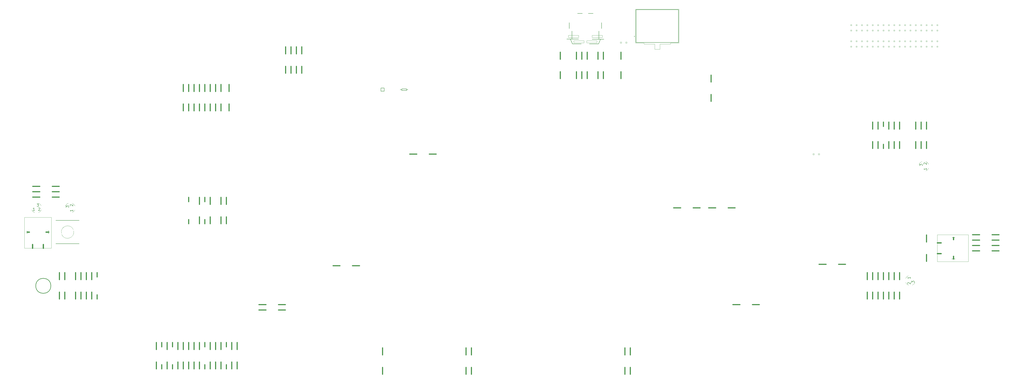
<source format=gbr>
%TF.GenerationSoftware,KiCad,Pcbnew,7.0.1-0*%
%TF.CreationDate,2023-05-17T23:07:58+03:00*%
%TF.ProjectId,HC2000,48433230-3030-42e6-9b69-6361645f7063,rev?*%
%TF.SameCoordinates,Original*%
%TF.FileFunction,OtherDrawing,Comment*%
%FSLAX46Y46*%
G04 Gerber Fmt 4.6, Leading zero omitted, Abs format (unit mm)*
G04 Created by KiCad (PCBNEW 7.0.1-0) date 2023-05-17 23:07:58*
%MOMM*%
%LPD*%
G01*
G04 APERTURE LIST*
%ADD10C,0.127000*%
%ADD11C,0.508000*%
%ADD12C,0.152400*%
%ADD13C,0.066040*%
%ADD14C,0.050800*%
%ADD15C,0.254000*%
%ADD16C,0.048260*%
%ADD17C,0.198120*%
%ADD18C,0.609600*%
%ADD19C,0.203200*%
%ADD20C,0.101600*%
G04 APERTURE END LIST*
D10*
X518772526Y-226407142D02*
X518772526Y-227132857D01*
X518772526Y-226770000D02*
X517502526Y-226770000D01*
X517502526Y-226770000D02*
X517683954Y-226890952D01*
X517683954Y-226890952D02*
X517804907Y-227011904D01*
X517804907Y-227011904D02*
X517865383Y-227132857D01*
X519407526Y-229098333D02*
X519407526Y-228312142D01*
X519407526Y-228312142D02*
X519891335Y-228735476D01*
X519891335Y-228735476D02*
X519891335Y-228554047D01*
X519891335Y-228554047D02*
X519951811Y-228433095D01*
X519951811Y-228433095D02*
X520012288Y-228372619D01*
X520012288Y-228372619D02*
X520133240Y-228312142D01*
X520133240Y-228312142D02*
X520435621Y-228312142D01*
X520435621Y-228312142D02*
X520556573Y-228372619D01*
X520556573Y-228372619D02*
X520617050Y-228433095D01*
X520617050Y-228433095D02*
X520677526Y-228554047D01*
X520677526Y-228554047D02*
X520677526Y-228916904D01*
X520677526Y-228916904D02*
X520617050Y-229037857D01*
X520617050Y-229037857D02*
X520556573Y-229098333D01*
X517623478Y-229672857D02*
X517563002Y-229612381D01*
X517563002Y-229612381D02*
X517502526Y-229491428D01*
X517502526Y-229491428D02*
X517502526Y-229189047D01*
X517502526Y-229189047D02*
X517563002Y-229068095D01*
X517563002Y-229068095D02*
X517623478Y-229007619D01*
X517623478Y-229007619D02*
X517744430Y-228947142D01*
X517744430Y-228947142D02*
X517865383Y-228947142D01*
X517865383Y-228947142D02*
X518046811Y-229007619D01*
X518046811Y-229007619D02*
X518772526Y-229733333D01*
X518772526Y-229733333D02*
X518772526Y-228947142D01*
X123802526Y-194657142D02*
X123802526Y-195382857D01*
X123802526Y-195020000D02*
X122532526Y-195020000D01*
X122532526Y-195020000D02*
X122713954Y-195140952D01*
X122713954Y-195140952D02*
X122834907Y-195261904D01*
X122834907Y-195261904D02*
X122895383Y-195382857D01*
X120627526Y-193538333D02*
X120627526Y-192752142D01*
X120627526Y-192752142D02*
X121111335Y-193175476D01*
X121111335Y-193175476D02*
X121111335Y-192994047D01*
X121111335Y-192994047D02*
X121171811Y-192873095D01*
X121171811Y-192873095D02*
X121232288Y-192812619D01*
X121232288Y-192812619D02*
X121353240Y-192752142D01*
X121353240Y-192752142D02*
X121655621Y-192752142D01*
X121655621Y-192752142D02*
X121776573Y-192812619D01*
X121776573Y-192812619D02*
X121837050Y-192873095D01*
X121837050Y-192873095D02*
X121897526Y-192994047D01*
X121897526Y-192994047D02*
X121897526Y-193356904D01*
X121897526Y-193356904D02*
X121837050Y-193477857D01*
X121837050Y-193477857D02*
X121776573Y-193538333D01*
X122653478Y-192842857D02*
X122593002Y-192782381D01*
X122593002Y-192782381D02*
X122532526Y-192661428D01*
X122532526Y-192661428D02*
X122532526Y-192359047D01*
X122532526Y-192359047D02*
X122593002Y-192238095D01*
X122593002Y-192238095D02*
X122653478Y-192177619D01*
X122653478Y-192177619D02*
X122774430Y-192117142D01*
X122774430Y-192117142D02*
X122895383Y-192117142D01*
X122895383Y-192117142D02*
X123076811Y-192177619D01*
X123076811Y-192177619D02*
X123802526Y-192903333D01*
X123802526Y-192903333D02*
X123802526Y-192117142D01*
X525243478Y-173157857D02*
X525183002Y-173097381D01*
X525183002Y-173097381D02*
X525122526Y-172976428D01*
X525122526Y-172976428D02*
X525122526Y-172674047D01*
X525122526Y-172674047D02*
X525183002Y-172553095D01*
X525183002Y-172553095D02*
X525243478Y-172492619D01*
X525243478Y-172492619D02*
X525364430Y-172432142D01*
X525364430Y-172432142D02*
X525485383Y-172432142D01*
X525485383Y-172432142D02*
X525666811Y-172492619D01*
X525666811Y-172492619D02*
X526392526Y-173218333D01*
X526392526Y-173218333D02*
X526392526Y-172432142D01*
X526392526Y-174972142D02*
X526392526Y-175697857D01*
X526392526Y-175335000D02*
X525122526Y-175335000D01*
X525122526Y-175335000D02*
X525303954Y-175455952D01*
X525303954Y-175455952D02*
X525424907Y-175576904D01*
X525424907Y-175576904D02*
X525485383Y-175697857D01*
X523217526Y-173853333D02*
X523217526Y-173067142D01*
X523217526Y-173067142D02*
X523701335Y-173490476D01*
X523701335Y-173490476D02*
X523701335Y-173309047D01*
X523701335Y-173309047D02*
X523761811Y-173188095D01*
X523761811Y-173188095D02*
X523822288Y-173127619D01*
X523822288Y-173127619D02*
X523943240Y-173067142D01*
X523943240Y-173067142D02*
X524245621Y-173067142D01*
X524245621Y-173067142D02*
X524366573Y-173127619D01*
X524366573Y-173127619D02*
X524427050Y-173188095D01*
X524427050Y-173188095D02*
X524487526Y-173309047D01*
X524487526Y-173309047D02*
X524487526Y-173671904D01*
X524487526Y-173671904D02*
X524427050Y-173792857D01*
X524427050Y-173792857D02*
X524366573Y-173853333D01*
X106916666Y-191797526D02*
X107702857Y-191797526D01*
X107702857Y-191797526D02*
X107279523Y-192281335D01*
X107279523Y-192281335D02*
X107460952Y-192281335D01*
X107460952Y-192281335D02*
X107581904Y-192341811D01*
X107581904Y-192341811D02*
X107642380Y-192402288D01*
X107642380Y-192402288D02*
X107702857Y-192523240D01*
X107702857Y-192523240D02*
X107702857Y-192825621D01*
X107702857Y-192825621D02*
X107642380Y-192946573D01*
X107642380Y-192946573D02*
X107581904Y-193007050D01*
X107581904Y-193007050D02*
X107460952Y-193067526D01*
X107460952Y-193067526D02*
X107098095Y-193067526D01*
X107098095Y-193067526D02*
X106977142Y-193007050D01*
X106977142Y-193007050D02*
X106916666Y-192946573D01*
X105797857Y-194972526D02*
X105072142Y-194972526D01*
X105434999Y-194972526D02*
X105434999Y-193702526D01*
X105434999Y-193702526D02*
X105314047Y-193883954D01*
X105314047Y-193883954D02*
X105193095Y-194004907D01*
X105193095Y-194004907D02*
X105072142Y-194065383D01*
X107612142Y-193823478D02*
X107672618Y-193763002D01*
X107672618Y-193763002D02*
X107793571Y-193702526D01*
X107793571Y-193702526D02*
X108095952Y-193702526D01*
X108095952Y-193702526D02*
X108216904Y-193763002D01*
X108216904Y-193763002D02*
X108277380Y-193823478D01*
X108277380Y-193823478D02*
X108337857Y-193944430D01*
X108337857Y-193944430D02*
X108337857Y-194065383D01*
X108337857Y-194065383D02*
X108277380Y-194246811D01*
X108277380Y-194246811D02*
X107551666Y-194972526D01*
X107551666Y-194972526D02*
X108337857Y-194972526D01*
D11*
X523900000Y-153210000D02*
X523900000Y-156539000D01*
X523900000Y-165710000D02*
X523900000Y-162381000D01*
X506120000Y-236830000D02*
X506120000Y-233501000D01*
X506120000Y-224330000D02*
X506120000Y-227659000D01*
D12*
X374310460Y-114097000D02*
X372662000Y-114097000D01*
D13*
X373551000Y-113208000D02*
X368725000Y-113208000D01*
X373551000Y-112192000D02*
X373551000Y-113208000D01*
X373551000Y-112192000D02*
X368725000Y-112192000D01*
D12*
X373170000Y-109017000D02*
X373170000Y-106223000D01*
X372662000Y-114097000D02*
X371773000Y-116256000D01*
X371900000Y-114097000D02*
X372662000Y-114097000D01*
X371900000Y-114097000D02*
X371900000Y-110160000D01*
D13*
X371011000Y-115748000D02*
X366185000Y-115748000D01*
X371011000Y-114732000D02*
X371011000Y-115748000D01*
X371011000Y-114732000D02*
X366185000Y-114732000D01*
D12*
X368725000Y-114097000D02*
X371900000Y-114097000D01*
D13*
X368725000Y-112192000D02*
X368725000Y-113208000D01*
D12*
X367455000Y-116256000D02*
X371773000Y-116256000D01*
X366947000Y-101905000D02*
X369233000Y-101905000D01*
D13*
X366185000Y-114732000D02*
X366185000Y-115748000D01*
X364915000Y-115748000D02*
X360089000Y-115748000D01*
X364915000Y-114732000D02*
X364915000Y-115748000D01*
X364915000Y-114732000D02*
X360089000Y-114732000D01*
X362375000Y-113208000D02*
X357549000Y-113208000D01*
X362375000Y-112192000D02*
X362375000Y-113208000D01*
X362375000Y-112192000D02*
X357549000Y-112192000D01*
D12*
X361867000Y-101905000D02*
X364153000Y-101905000D01*
D13*
X360089000Y-114732000D02*
X360089000Y-115748000D01*
D12*
X359454000Y-116256000D02*
X363645000Y-116256000D01*
X359454000Y-116256000D02*
X358438000Y-113970000D01*
X359200000Y-113970000D02*
X362375000Y-113970000D01*
X359200000Y-113970000D02*
X359200000Y-110160000D01*
X358438000Y-113970000D02*
X359200000Y-113970000D01*
X357930000Y-109017000D02*
X357930000Y-106223000D01*
D13*
X357549000Y-112192000D02*
X357549000Y-113208000D01*
D12*
X356789540Y-113970000D02*
X358438000Y-113970000D01*
D11*
X193700000Y-201270000D02*
X193700000Y-197941000D01*
X193700000Y-188770000D02*
X193700000Y-192099000D01*
X503580000Y-224330000D02*
X503580000Y-227659000D01*
X503580000Y-236830000D02*
X503580000Y-233501000D01*
X197510000Y-135430000D02*
X197510000Y-138759000D01*
X197510000Y-147930000D02*
X197510000Y-144601000D01*
X513740000Y-236830000D02*
X513740000Y-233501000D01*
X513740000Y-224330000D02*
X513740000Y-227659000D01*
X231800000Y-117650000D02*
X231800000Y-120979000D01*
X231800000Y-130150000D02*
X231800000Y-126821000D01*
X175920000Y-269850000D02*
X175920000Y-266521000D01*
X175920000Y-257350000D02*
X175920000Y-260679000D01*
X193700000Y-147930000D02*
X193700000Y-144601000D01*
X193700000Y-135430000D02*
X193700000Y-138759000D01*
X201320000Y-257350000D02*
X201320000Y-260679000D01*
X201320000Y-269850000D02*
X201320000Y-266521000D01*
X186080000Y-188770000D02*
X186080000Y-190829000D01*
X186080000Y-201270000D02*
X186080000Y-199211000D01*
X135280000Y-236830000D02*
X135280000Y-234771000D01*
X135280000Y-224330000D02*
X135280000Y-226389000D01*
X165760000Y-257350000D02*
X165760000Y-259409000D01*
X165760000Y-269850000D02*
X165760000Y-267791000D01*
X168300000Y-269850000D02*
X168300000Y-266521000D01*
X168300000Y-257350000D02*
X168300000Y-260679000D01*
X175920000Y-135430000D02*
X175920000Y-138759000D01*
X175920000Y-147930000D02*
X175920000Y-144601000D01*
D14*
X517890560Y-225815937D02*
G75*
G03*
X516594961Y-227112900I929441J-2224063D01*
G01*
X519749440Y-230264064D02*
G75*
G03*
X521045040Y-228967100I-929440J2224064D01*
G01*
X516595937Y-228969440D02*
G75*
G03*
X517892900Y-230265039I2224063J929441D01*
G01*
D11*
X560630000Y-214070000D02*
X557301000Y-214070000D01*
X548130000Y-214070000D02*
X551459000Y-214070000D01*
X120040000Y-224330000D02*
X120040000Y-227659000D01*
X120040000Y-236830000D02*
X120040000Y-233501000D01*
D15*
X113436000Y-230580000D02*
G75*
G03*
X113436000Y-230580000I-3556000J0D01*
G01*
D11*
X560630000Y-211530000D02*
X557301000Y-211530000D01*
X548130000Y-211530000D02*
X551459000Y-211530000D01*
X186080000Y-147930000D02*
X186080000Y-144601000D01*
X186080000Y-135430000D02*
X186080000Y-138759000D01*
X371500000Y-132690000D02*
X371500000Y-129361000D01*
X371500000Y-120190000D02*
X371500000Y-123519000D01*
X117400000Y-186130000D02*
X114071000Y-186130000D01*
X104900000Y-186130000D02*
X108229000Y-186130000D01*
X548130000Y-206450000D02*
X551459000Y-206450000D01*
X560630000Y-206450000D02*
X557301000Y-206450000D01*
X309270000Y-259890000D02*
X309270000Y-263219000D01*
X309270000Y-272390000D02*
X309270000Y-269061000D01*
D16*
X409688900Y-115869920D02*
X405688400Y-115869920D01*
X409688900Y-99870460D02*
X409688900Y-115869920D01*
D10*
X409439980Y-115618460D02*
X389440020Y-115618460D01*
X409439980Y-100121920D02*
X409439980Y-115618460D01*
D16*
X405688400Y-116349980D02*
X400669360Y-116349980D01*
X405688400Y-115869920D02*
X405688400Y-116349980D01*
X400669360Y-118849340D02*
X398210640Y-118849340D01*
X400669360Y-116349980D02*
X400669360Y-118849340D01*
X398210640Y-118849340D02*
X398210640Y-116349980D01*
X398210640Y-116349980D02*
X393191600Y-116349980D01*
X393191600Y-116349980D02*
X393191600Y-115869920D01*
X393191600Y-115869920D02*
X389191100Y-115869920D01*
D10*
X389440020Y-115618460D02*
X389440020Y-100121920D01*
X389440020Y-100121920D02*
X409439980Y-100121920D01*
D16*
X389191100Y-115869920D02*
X389191100Y-99870460D01*
X389191100Y-99870460D02*
X409688900Y-99870460D01*
D17*
X388777080Y-112712700D02*
G75*
G03*
X388777080Y-112712700I-99060J0D01*
G01*
D13*
X531774000Y-110184000D02*
X531266000Y-110184000D01*
X531774000Y-109676000D02*
X531774000Y-110184000D01*
X531774000Y-109676000D02*
X531266000Y-109676000D01*
X531774000Y-107644000D02*
X531266000Y-107644000D01*
X531774000Y-107136000D02*
X531774000Y-107644000D01*
X531774000Y-107136000D02*
X531266000Y-107136000D01*
X531266000Y-109676000D02*
X531266000Y-110184000D01*
X531266000Y-107136000D02*
X531266000Y-107644000D01*
X529234000Y-110184000D02*
X528723460Y-110184000D01*
X529234000Y-109676000D02*
X529234000Y-110184000D01*
X529234000Y-109676000D02*
X528723460Y-109676000D01*
X529234000Y-107644000D02*
X528723460Y-107644000D01*
X529234000Y-107136000D02*
X529234000Y-107644000D01*
X529234000Y-107136000D02*
X528723460Y-107136000D01*
X528723460Y-109676000D02*
X528723460Y-110184000D01*
X528723460Y-107136000D02*
X528723460Y-107644000D01*
X526694000Y-110184000D02*
X526186000Y-110184000D01*
X526694000Y-109676000D02*
X526694000Y-110184000D01*
X526694000Y-109676000D02*
X526186000Y-109676000D01*
X526694000Y-107644000D02*
X526186000Y-107644000D01*
X526694000Y-107136000D02*
X526694000Y-107644000D01*
X526694000Y-107136000D02*
X526186000Y-107136000D01*
X526186000Y-109676000D02*
X526186000Y-110184000D01*
X526186000Y-107136000D02*
X526186000Y-107644000D01*
X524154000Y-110184000D02*
X523646000Y-110184000D01*
X524154000Y-109676000D02*
X524154000Y-110184000D01*
X524154000Y-109676000D02*
X523646000Y-109676000D01*
X524154000Y-107644000D02*
X523646000Y-107644000D01*
X524154000Y-107136000D02*
X524154000Y-107644000D01*
X524154000Y-107136000D02*
X523646000Y-107136000D01*
X523646000Y-109676000D02*
X523646000Y-110184000D01*
X523646000Y-107136000D02*
X523646000Y-107644000D01*
X521614000Y-110184000D02*
X521106000Y-110184000D01*
X521614000Y-109676000D02*
X521614000Y-110184000D01*
X521614000Y-109676000D02*
X521106000Y-109676000D01*
X521614000Y-107644000D02*
X521106000Y-107644000D01*
X521614000Y-107136000D02*
X521614000Y-107644000D01*
X521614000Y-107136000D02*
X521106000Y-107136000D01*
X521106000Y-109676000D02*
X521106000Y-110184000D01*
X521106000Y-107136000D02*
X521106000Y-107644000D01*
X519074000Y-110184000D02*
X518566000Y-110184000D01*
X519074000Y-109676000D02*
X519074000Y-110184000D01*
X519074000Y-109676000D02*
X518566000Y-109676000D01*
X519074000Y-107644000D02*
X518566000Y-107644000D01*
X519074000Y-107136000D02*
X519074000Y-107644000D01*
X519074000Y-107136000D02*
X518566000Y-107136000D01*
X518566000Y-109676000D02*
X518566000Y-110184000D01*
X518566000Y-107136000D02*
X518566000Y-107644000D01*
X516534000Y-110184000D02*
X516026000Y-110184000D01*
X516534000Y-109676000D02*
X516534000Y-110184000D01*
X516534000Y-109676000D02*
X516026000Y-109676000D01*
X516534000Y-107644000D02*
X516026000Y-107644000D01*
X516534000Y-107136000D02*
X516534000Y-107644000D01*
X516534000Y-107136000D02*
X516026000Y-107136000D01*
X516026000Y-109676000D02*
X516026000Y-110184000D01*
X516026000Y-107136000D02*
X516026000Y-107644000D01*
X513994000Y-110184000D02*
X513486000Y-110184000D01*
X513994000Y-109676000D02*
X513994000Y-110184000D01*
X513994000Y-109676000D02*
X513486000Y-109676000D01*
X513994000Y-107644000D02*
X513486000Y-107644000D01*
X513994000Y-107136000D02*
X513994000Y-107644000D01*
X513994000Y-107136000D02*
X513486000Y-107136000D01*
X513486000Y-109676000D02*
X513486000Y-110184000D01*
X513486000Y-107136000D02*
X513486000Y-107644000D01*
X511454000Y-110184000D02*
X510946000Y-110184000D01*
X511454000Y-109676000D02*
X511454000Y-110184000D01*
X511454000Y-109676000D02*
X510946000Y-109676000D01*
X511454000Y-107644000D02*
X510946000Y-107644000D01*
X511454000Y-107136000D02*
X511454000Y-107644000D01*
X511454000Y-107136000D02*
X510946000Y-107136000D01*
X510946000Y-109676000D02*
X510946000Y-110184000D01*
X510946000Y-107136000D02*
X510946000Y-107644000D01*
X508914000Y-110184000D02*
X508406000Y-110184000D01*
X508914000Y-109676000D02*
X508914000Y-110184000D01*
X508914000Y-109676000D02*
X508406000Y-109676000D01*
X508914000Y-107644000D02*
X508406000Y-107644000D01*
X508914000Y-107136000D02*
X508914000Y-107644000D01*
X508914000Y-107136000D02*
X508406000Y-107136000D01*
X508406000Y-109676000D02*
X508406000Y-110184000D01*
X508406000Y-107136000D02*
X508406000Y-107644000D01*
X506374000Y-110184000D02*
X505866000Y-110184000D01*
X506374000Y-109676000D02*
X506374000Y-110184000D01*
X506374000Y-109676000D02*
X505866000Y-109676000D01*
X506374000Y-107644000D02*
X505866000Y-107644000D01*
X506374000Y-107136000D02*
X506374000Y-107644000D01*
X506374000Y-107136000D02*
X505866000Y-107136000D01*
X505866000Y-109676000D02*
X505866000Y-110184000D01*
X505866000Y-107136000D02*
X505866000Y-107644000D01*
X503834000Y-110184000D02*
X503326000Y-110184000D01*
X503834000Y-109676000D02*
X503834000Y-110184000D01*
X503834000Y-109676000D02*
X503326000Y-109676000D01*
X503834000Y-107644000D02*
X503326000Y-107644000D01*
X503834000Y-107136000D02*
X503834000Y-107644000D01*
X503834000Y-107136000D02*
X503326000Y-107136000D01*
X503326000Y-109676000D02*
X503326000Y-110184000D01*
X503326000Y-107136000D02*
X503326000Y-107644000D01*
X501294000Y-110184000D02*
X500786000Y-110184000D01*
X501294000Y-109676000D02*
X501294000Y-110184000D01*
X501294000Y-109676000D02*
X500786000Y-109676000D01*
X501294000Y-107644000D02*
X500786000Y-107644000D01*
X501294000Y-107136000D02*
X501294000Y-107644000D01*
X501294000Y-107136000D02*
X500786000Y-107136000D01*
X500786000Y-109676000D02*
X500786000Y-110184000D01*
X500786000Y-107136000D02*
X500786000Y-107644000D01*
X498754000Y-110184000D02*
X498246000Y-110184000D01*
X498754000Y-109676000D02*
X498754000Y-110184000D01*
X498754000Y-109676000D02*
X498246000Y-109676000D01*
X498754000Y-107644000D02*
X498246000Y-107644000D01*
X498754000Y-107136000D02*
X498754000Y-107644000D01*
X498754000Y-107136000D02*
X498246000Y-107136000D01*
X498246000Y-109676000D02*
X498246000Y-110184000D01*
X498246000Y-107136000D02*
X498246000Y-107644000D01*
X496214000Y-110184000D02*
X495706000Y-110184000D01*
X496214000Y-109676000D02*
X496214000Y-110184000D01*
X496214000Y-109676000D02*
X495706000Y-109676000D01*
X496214000Y-107644000D02*
X495706000Y-107644000D01*
X496214000Y-107136000D02*
X496214000Y-107644000D01*
X496214000Y-107136000D02*
X495706000Y-107136000D01*
X495706000Y-109676000D02*
X495706000Y-110184000D01*
X495706000Y-107136000D02*
X495706000Y-107644000D01*
X493676540Y-110184000D02*
X493166000Y-110184000D01*
X493676540Y-109676000D02*
X493676540Y-110184000D01*
X493676540Y-109676000D02*
X493166000Y-109676000D01*
X493676540Y-107644000D02*
X493166000Y-107644000D01*
X493676540Y-107136000D02*
X493676540Y-107644000D01*
X493676540Y-107136000D02*
X493166000Y-107136000D01*
X493166000Y-109676000D02*
X493166000Y-110184000D01*
X493166000Y-107136000D02*
X493166000Y-107644000D01*
X491134000Y-110184000D02*
X490626000Y-110184000D01*
X491134000Y-109676000D02*
X491134000Y-110184000D01*
X491134000Y-109676000D02*
X490626000Y-109676000D01*
X491134000Y-107644000D02*
X490626000Y-107644000D01*
X491134000Y-107136000D02*
X491134000Y-107644000D01*
X491134000Y-107136000D02*
X490626000Y-107136000D01*
X490626000Y-109676000D02*
X490626000Y-110184000D01*
X490626000Y-107136000D02*
X490626000Y-107644000D01*
D11*
X224080000Y-242010000D02*
X220751000Y-242010000D01*
X211580000Y-242010000D02*
X214909000Y-242010000D01*
X311810000Y-272390000D02*
X311810000Y-269061000D01*
X311810000Y-259890000D02*
X311810000Y-263219000D01*
X501040000Y-165710000D02*
X501040000Y-162381000D01*
X501040000Y-153210000D02*
X501040000Y-156539000D01*
X181000000Y-257350000D02*
X181000000Y-260679000D01*
X181000000Y-269850000D02*
X181000000Y-266521000D01*
X196240000Y-201270000D02*
X196240000Y-197941000D01*
X196240000Y-188770000D02*
X196240000Y-192099000D01*
X503580000Y-165710000D02*
X503580000Y-162381000D01*
X503580000Y-153210000D02*
X503580000Y-156539000D01*
X163220000Y-269850000D02*
X163220000Y-266521000D01*
X163220000Y-257350000D02*
X163220000Y-260679000D01*
X269900000Y-259890000D02*
X269900000Y-263219000D01*
X269900000Y-272390000D02*
X269900000Y-269061000D01*
X526440000Y-153210000D02*
X526440000Y-156539000D01*
X526440000Y-165710000D02*
X526440000Y-162381000D01*
X424840000Y-143485000D02*
X424840000Y-140156000D01*
X424840000Y-130985000D02*
X424840000Y-134314000D01*
X125120000Y-224330000D02*
X125120000Y-227659000D01*
X125120000Y-236830000D02*
X125120000Y-233501000D01*
X506120000Y-153210000D02*
X506120000Y-155269000D01*
X506120000Y-165710000D02*
X506120000Y-163651000D01*
X501040000Y-236830000D02*
X501040000Y-233501000D01*
X501040000Y-224330000D02*
X501040000Y-227659000D01*
X548130000Y-208990000D02*
X551459000Y-208990000D01*
X560630000Y-208990000D02*
X557301000Y-208990000D01*
D13*
X546125000Y-206450000D02*
X546125000Y-219150000D01*
X531520000Y-206450000D02*
X546125000Y-206450000D01*
X531520000Y-206450000D02*
X531520000Y-219150000D01*
D12*
X539775000Y-207720000D02*
X538505000Y-207720000D01*
D18*
X539140000Y-208736000D02*
X539140000Y-207720000D01*
X533298000Y-210260000D02*
X531520000Y-210260000D01*
X533298000Y-215340000D02*
X531520000Y-215340000D01*
X539140000Y-216610000D02*
X539140000Y-217245000D01*
X539140000Y-217372000D02*
X539140000Y-217880000D01*
D12*
X539140000Y-217880000D02*
X539902000Y-217880000D01*
X539140000Y-217880000D02*
X538378000Y-217880000D01*
D13*
X531520000Y-219150000D02*
X546125000Y-219150000D01*
D11*
X382295000Y-132690000D02*
X382295000Y-129361000D01*
X382295000Y-120190000D02*
X382295000Y-123519000D01*
X173380000Y-269850000D02*
X173380000Y-266521000D01*
X173380000Y-257350000D02*
X173380000Y-260679000D01*
X295200000Y-168350000D02*
X291871000Y-168350000D01*
X282700000Y-168350000D02*
X286029000Y-168350000D01*
X181000000Y-147930000D02*
X181000000Y-144601000D01*
X181000000Y-135430000D02*
X181000000Y-138759000D01*
D13*
X531774000Y-117804000D02*
X531266000Y-117804000D01*
X531774000Y-117296000D02*
X531774000Y-117804000D01*
X531774000Y-117296000D02*
X531266000Y-117296000D01*
X531774000Y-115264000D02*
X531266000Y-115264000D01*
X531774000Y-114756000D02*
X531774000Y-115264000D01*
X531774000Y-114756000D02*
X531266000Y-114756000D01*
X531266000Y-117296000D02*
X531266000Y-117804000D01*
X531266000Y-114756000D02*
X531266000Y-115264000D01*
X529234000Y-117804000D02*
X528723460Y-117804000D01*
X529234000Y-117296000D02*
X529234000Y-117804000D01*
X529234000Y-117296000D02*
X528723460Y-117296000D01*
X529234000Y-115264000D02*
X528723460Y-115264000D01*
X529234000Y-114756000D02*
X529234000Y-115264000D01*
X529234000Y-114756000D02*
X528723460Y-114756000D01*
X528723460Y-117296000D02*
X528723460Y-117804000D01*
X528723460Y-114756000D02*
X528723460Y-115264000D01*
X526694000Y-117804000D02*
X526186000Y-117804000D01*
X526694000Y-117296000D02*
X526694000Y-117804000D01*
X526694000Y-117296000D02*
X526186000Y-117296000D01*
X526694000Y-115264000D02*
X526186000Y-115264000D01*
X526694000Y-114756000D02*
X526694000Y-115264000D01*
X526694000Y-114756000D02*
X526186000Y-114756000D01*
X526186000Y-117296000D02*
X526186000Y-117804000D01*
X526186000Y-114756000D02*
X526186000Y-115264000D01*
X524154000Y-117804000D02*
X523646000Y-117804000D01*
X524154000Y-117296000D02*
X524154000Y-117804000D01*
X524154000Y-117296000D02*
X523646000Y-117296000D01*
X524154000Y-115264000D02*
X523646000Y-115264000D01*
X524154000Y-114756000D02*
X524154000Y-115264000D01*
X524154000Y-114756000D02*
X523646000Y-114756000D01*
X523646000Y-117296000D02*
X523646000Y-117804000D01*
X523646000Y-114756000D02*
X523646000Y-115264000D01*
X521614000Y-117804000D02*
X521106000Y-117804000D01*
X521614000Y-117296000D02*
X521614000Y-117804000D01*
X521614000Y-117296000D02*
X521106000Y-117296000D01*
X521614000Y-115264000D02*
X521106000Y-115264000D01*
X521614000Y-114756000D02*
X521614000Y-115264000D01*
X521614000Y-114756000D02*
X521106000Y-114756000D01*
X521106000Y-117296000D02*
X521106000Y-117804000D01*
X521106000Y-114756000D02*
X521106000Y-115264000D01*
X519074000Y-117804000D02*
X518566000Y-117804000D01*
X519074000Y-117296000D02*
X519074000Y-117804000D01*
X519074000Y-117296000D02*
X518566000Y-117296000D01*
X519074000Y-115264000D02*
X518566000Y-115264000D01*
X519074000Y-114756000D02*
X519074000Y-115264000D01*
X519074000Y-114756000D02*
X518566000Y-114756000D01*
X518566000Y-117296000D02*
X518566000Y-117804000D01*
X518566000Y-114756000D02*
X518566000Y-115264000D01*
X516534000Y-117804000D02*
X516026000Y-117804000D01*
X516534000Y-117296000D02*
X516534000Y-117804000D01*
X516534000Y-117296000D02*
X516026000Y-117296000D01*
X516534000Y-115264000D02*
X516026000Y-115264000D01*
X516534000Y-114756000D02*
X516534000Y-115264000D01*
X516534000Y-114756000D02*
X516026000Y-114756000D01*
X516026000Y-117296000D02*
X516026000Y-117804000D01*
X516026000Y-114756000D02*
X516026000Y-115264000D01*
X513994000Y-117804000D02*
X513486000Y-117804000D01*
X513994000Y-117296000D02*
X513994000Y-117804000D01*
X513994000Y-117296000D02*
X513486000Y-117296000D01*
X513994000Y-115264000D02*
X513486000Y-115264000D01*
X513994000Y-114756000D02*
X513994000Y-115264000D01*
X513994000Y-114756000D02*
X513486000Y-114756000D01*
X513486000Y-117296000D02*
X513486000Y-117804000D01*
X513486000Y-114756000D02*
X513486000Y-115264000D01*
X511454000Y-117804000D02*
X510946000Y-117804000D01*
X511454000Y-117296000D02*
X511454000Y-117804000D01*
X511454000Y-117296000D02*
X510946000Y-117296000D01*
X511454000Y-115264000D02*
X510946000Y-115264000D01*
X511454000Y-114756000D02*
X511454000Y-115264000D01*
X511454000Y-114756000D02*
X510946000Y-114756000D01*
X510946000Y-117296000D02*
X510946000Y-117804000D01*
X510946000Y-114756000D02*
X510946000Y-115264000D01*
X508914000Y-117804000D02*
X508406000Y-117804000D01*
X508914000Y-117296000D02*
X508914000Y-117804000D01*
X508914000Y-117296000D02*
X508406000Y-117296000D01*
X508914000Y-115264000D02*
X508406000Y-115264000D01*
X508914000Y-114756000D02*
X508914000Y-115264000D01*
X508914000Y-114756000D02*
X508406000Y-114756000D01*
X508406000Y-117296000D02*
X508406000Y-117804000D01*
X508406000Y-114756000D02*
X508406000Y-115264000D01*
X506374000Y-117804000D02*
X505866000Y-117804000D01*
X506374000Y-117296000D02*
X506374000Y-117804000D01*
X506374000Y-117296000D02*
X505866000Y-117296000D01*
X506374000Y-115264000D02*
X505866000Y-115264000D01*
X506374000Y-114756000D02*
X506374000Y-115264000D01*
X506374000Y-114756000D02*
X505866000Y-114756000D01*
X505866000Y-117296000D02*
X505866000Y-117804000D01*
X505866000Y-114756000D02*
X505866000Y-115264000D01*
X503834000Y-117804000D02*
X503326000Y-117804000D01*
X503834000Y-117296000D02*
X503834000Y-117804000D01*
X503834000Y-117296000D02*
X503326000Y-117296000D01*
X503834000Y-115264000D02*
X503326000Y-115264000D01*
X503834000Y-114756000D02*
X503834000Y-115264000D01*
X503834000Y-114756000D02*
X503326000Y-114756000D01*
X503326000Y-117296000D02*
X503326000Y-117804000D01*
X503326000Y-114756000D02*
X503326000Y-115264000D01*
X501294000Y-117804000D02*
X500786000Y-117804000D01*
X501294000Y-117296000D02*
X501294000Y-117804000D01*
X501294000Y-117296000D02*
X500786000Y-117296000D01*
X501294000Y-115264000D02*
X500786000Y-115264000D01*
X501294000Y-114756000D02*
X501294000Y-115264000D01*
X501294000Y-114756000D02*
X500786000Y-114756000D01*
X500786000Y-117296000D02*
X500786000Y-117804000D01*
X500786000Y-114756000D02*
X500786000Y-115264000D01*
X498754000Y-117804000D02*
X498246000Y-117804000D01*
X498754000Y-117296000D02*
X498754000Y-117804000D01*
X498754000Y-117296000D02*
X498246000Y-117296000D01*
X498754000Y-115264000D02*
X498246000Y-115264000D01*
X498754000Y-114756000D02*
X498754000Y-115264000D01*
X498754000Y-114756000D02*
X498246000Y-114756000D01*
X498246000Y-117296000D02*
X498246000Y-117804000D01*
X498246000Y-114756000D02*
X498246000Y-115264000D01*
X496214000Y-117804000D02*
X495706000Y-117804000D01*
X496214000Y-117296000D02*
X496214000Y-117804000D01*
X496214000Y-117296000D02*
X495706000Y-117296000D01*
X496214000Y-115264000D02*
X495706000Y-115264000D01*
X496214000Y-114756000D02*
X496214000Y-115264000D01*
X496214000Y-114756000D02*
X495706000Y-114756000D01*
X495706000Y-117296000D02*
X495706000Y-117804000D01*
X495706000Y-114756000D02*
X495706000Y-115264000D01*
X493676540Y-117804000D02*
X493166000Y-117804000D01*
X493676540Y-117296000D02*
X493676540Y-117804000D01*
X493676540Y-117296000D02*
X493166000Y-117296000D01*
X493676540Y-115264000D02*
X493166000Y-115264000D01*
X493676540Y-114756000D02*
X493676540Y-115264000D01*
X493676540Y-114756000D02*
X493166000Y-114756000D01*
X493166000Y-117296000D02*
X493166000Y-117804000D01*
X493166000Y-114756000D02*
X493166000Y-115264000D01*
X491134000Y-117804000D02*
X490626000Y-117804000D01*
X491134000Y-117296000D02*
X491134000Y-117804000D01*
X491134000Y-117296000D02*
X490626000Y-117296000D01*
X491134000Y-115264000D02*
X490626000Y-115264000D01*
X491134000Y-114756000D02*
X491134000Y-115264000D01*
X491134000Y-114756000D02*
X490626000Y-114756000D01*
X490626000Y-117296000D02*
X490626000Y-117804000D01*
X490626000Y-114756000D02*
X490626000Y-115264000D01*
D14*
X123509440Y-195974063D02*
G75*
G03*
X124805039Y-194677100I-929441J2224063D01*
G01*
X121650560Y-191525936D02*
G75*
G03*
X120354960Y-192822900I929440J-2224064D01*
G01*
X124804063Y-192820560D02*
G75*
G03*
X123507100Y-191524961I-2224063J-929441D01*
G01*
D11*
X498500000Y-224330000D02*
X498500000Y-227659000D01*
X498500000Y-236830000D02*
X498500000Y-233501000D01*
X374040000Y-120190000D02*
X374040000Y-123519000D01*
X374040000Y-132690000D02*
X374040000Y-129361000D01*
X366420000Y-132690000D02*
X366420000Y-129361000D01*
X366420000Y-120190000D02*
X366420000Y-123519000D01*
X511200000Y-236830000D02*
X511200000Y-233501000D01*
X511200000Y-224330000D02*
X511200000Y-227659000D01*
X117500000Y-236830000D02*
X117500000Y-233501000D01*
X117500000Y-224330000D02*
X117500000Y-227659000D01*
X198780000Y-257350000D02*
X198780000Y-260679000D01*
X198780000Y-269850000D02*
X198780000Y-266521000D01*
X513740000Y-153210000D02*
X513740000Y-156539000D01*
X513740000Y-165710000D02*
X513740000Y-162381000D01*
X191160000Y-269850000D02*
X191160000Y-266521000D01*
X191160000Y-257350000D02*
X191160000Y-260679000D01*
X183540000Y-188770000D02*
X183540000Y-192099000D01*
X183540000Y-201270000D02*
X183540000Y-197941000D01*
D13*
X472795200Y-168654800D02*
X472795200Y-168045200D01*
X473404800Y-168654800D02*
X472795200Y-168654800D01*
X473404800Y-168654800D02*
X473404800Y-168045200D01*
X475335200Y-168654800D02*
X475335200Y-168045200D01*
X475944800Y-168654800D02*
X475335200Y-168654800D01*
X475944800Y-168654800D02*
X475944800Y-168045200D01*
X473404800Y-168045200D02*
X472795200Y-168045200D01*
X475944800Y-168045200D02*
X475335200Y-168045200D01*
D11*
X526440000Y-219050000D02*
X526440000Y-215721000D01*
X526440000Y-206550000D02*
X526440000Y-209879000D01*
X193700000Y-269850000D02*
X193700000Y-266521000D01*
X193700000Y-257350000D02*
X193700000Y-260679000D01*
D19*
X115810000Y-210680000D02*
X126810000Y-210680000D01*
X126810000Y-199680000D02*
X115810000Y-199680000D01*
D20*
X124056927Y-204053618D02*
G75*
G03*
X118437261Y-205804840I-2731687J-1126382D01*
G01*
X118563073Y-206306382D02*
G75*
G03*
X124182739Y-204555160I2731687J1126382D01*
G01*
D14*
X526099440Y-176289063D02*
G75*
G03*
X527395039Y-174992100I-929441J2224063D01*
G01*
X524240560Y-171840936D02*
G75*
G03*
X522944960Y-173137900I929440J-2224064D01*
G01*
X527394063Y-173135560D02*
G75*
G03*
X526097100Y-171839961I-2224063J-929441D01*
G01*
D11*
X407160000Y-193750000D02*
X410489000Y-193750000D01*
X419660000Y-193750000D02*
X416331000Y-193750000D01*
X130200000Y-236830000D02*
X130200000Y-233501000D01*
X130200000Y-224330000D02*
X130200000Y-227659000D01*
X361340000Y-132690000D02*
X361340000Y-129361000D01*
X361340000Y-120190000D02*
X361340000Y-123519000D01*
X117400000Y-188670000D02*
X114071000Y-188670000D01*
X104900000Y-188670000D02*
X108229000Y-188670000D01*
D12*
X269138000Y-137108000D02*
X270662000Y-137108000D01*
X269138000Y-138632000D02*
X269138000Y-137108000D01*
X270662000Y-137108000D02*
X270662000Y-138632000D01*
X270662000Y-138632000D02*
X269138000Y-138632000D01*
X278282000Y-137870000D02*
X278917000Y-137870000D01*
X278917000Y-137489000D02*
X281203000Y-137489000D01*
X278917000Y-137870000D02*
X278917000Y-137489000D01*
X278917000Y-138251000D02*
X278917000Y-137870000D01*
X281203000Y-137489000D02*
X281203000Y-137870000D01*
X281203000Y-137870000D02*
X281203000Y-138251000D01*
X281203000Y-138251000D02*
X278917000Y-138251000D01*
X281838000Y-137870000D02*
X281203000Y-137870000D01*
D11*
X178460000Y-147930000D02*
X178460000Y-144601000D01*
X178460000Y-135430000D02*
X178460000Y-138759000D01*
X170840000Y-257350000D02*
X170840000Y-259409000D01*
X170840000Y-269850000D02*
X170840000Y-267791000D01*
X183540000Y-257350000D02*
X183540000Y-260679000D01*
X183540000Y-269850000D02*
X183540000Y-266521000D01*
X226720000Y-117650000D02*
X226720000Y-120979000D01*
X226720000Y-130150000D02*
X226720000Y-126821000D01*
X196240000Y-257350000D02*
X196240000Y-259409000D01*
X196240000Y-269850000D02*
X196240000Y-267791000D01*
X521360000Y-153210000D02*
X521360000Y-156539000D01*
X521360000Y-165710000D02*
X521360000Y-162381000D01*
X353720000Y-120190000D02*
X353720000Y-123519000D01*
X353720000Y-132690000D02*
X353720000Y-129361000D01*
X436170000Y-193750000D02*
X432841000Y-193750000D01*
X423670000Y-193750000D02*
X426999000Y-193750000D01*
X132740000Y-224330000D02*
X132740000Y-227659000D01*
X132740000Y-236830000D02*
X132740000Y-233501000D01*
X386740000Y-272390000D02*
X386740000Y-269061000D01*
X386740000Y-259890000D02*
X386740000Y-263219000D01*
X191160000Y-135430000D02*
X191160000Y-138759000D01*
X191160000Y-147930000D02*
X191160000Y-144601000D01*
X511200000Y-165710000D02*
X511200000Y-162381000D01*
X511200000Y-153210000D02*
X511200000Y-156539000D01*
X127660000Y-224330000D02*
X127660000Y-227659000D01*
X127660000Y-236830000D02*
X127660000Y-233501000D01*
X363880000Y-132690000D02*
X363880000Y-129361000D01*
X363880000Y-120190000D02*
X363880000Y-123519000D01*
X188620000Y-269850000D02*
X188620000Y-266521000D01*
X188620000Y-257350000D02*
X188620000Y-260679000D01*
D14*
X104480937Y-194679440D02*
G75*
G03*
X105777900Y-195975039I2224063J929441D01*
G01*
X108929064Y-192820560D02*
G75*
G03*
X107632100Y-191524960I-2224064J-929440D01*
G01*
X107634440Y-195974063D02*
G75*
G03*
X108930039Y-194677100I-929441J2224063D01*
G01*
D11*
X104900000Y-183590000D02*
X108229000Y-183590000D01*
X117400000Y-183590000D02*
X114071000Y-183590000D01*
X435100000Y-239470000D02*
X438429000Y-239470000D01*
X447600000Y-239470000D02*
X444271000Y-239470000D01*
X188620000Y-135430000D02*
X188620000Y-138759000D01*
X188620000Y-147930000D02*
X188620000Y-144601000D01*
X224080000Y-239470000D02*
X220751000Y-239470000D01*
X211580000Y-239470000D02*
X214909000Y-239470000D01*
X186080000Y-257350000D02*
X186080000Y-259409000D01*
X186080000Y-269850000D02*
X186080000Y-267791000D01*
X229260000Y-117650000D02*
X229260000Y-120979000D01*
X229260000Y-130150000D02*
X229260000Y-126821000D01*
X508660000Y-236830000D02*
X508660000Y-233501000D01*
X508660000Y-224330000D02*
X508660000Y-227659000D01*
X475740000Y-220420000D02*
X479069000Y-220420000D01*
X488240000Y-220420000D02*
X484911000Y-220420000D01*
D13*
X100990000Y-198195000D02*
X113690000Y-198195000D01*
X100990000Y-212800000D02*
X100990000Y-198195000D01*
X100990000Y-212800000D02*
X113690000Y-212800000D01*
D12*
X102260000Y-204545000D02*
X102260000Y-205815000D01*
D18*
X103276000Y-205180000D02*
X102260000Y-205180000D01*
X104800000Y-211022000D02*
X104800000Y-212800000D01*
X109880000Y-211022000D02*
X109880000Y-212800000D01*
X111150000Y-205180000D02*
X111785000Y-205180000D01*
X111912000Y-205180000D02*
X112420000Y-205180000D01*
D12*
X112420000Y-205180000D02*
X112420000Y-204418000D01*
X112420000Y-205180000D02*
X112420000Y-205942000D01*
D13*
X113690000Y-212800000D02*
X113690000Y-198195000D01*
D11*
X178460000Y-257350000D02*
X178460000Y-260679000D01*
X178460000Y-269850000D02*
X178460000Y-266521000D01*
D13*
X381990200Y-115949800D02*
X381990200Y-115340200D01*
X382599800Y-115949800D02*
X381990200Y-115949800D01*
X382599800Y-115949800D02*
X382599800Y-115340200D01*
X384530200Y-115949800D02*
X384530200Y-115340200D01*
X385139800Y-115949800D02*
X384530200Y-115949800D01*
X385139800Y-115949800D02*
X385139800Y-115340200D01*
X382599800Y-115340200D02*
X381990200Y-115340200D01*
X385139800Y-115340200D02*
X384530200Y-115340200D01*
D11*
X178460000Y-188770000D02*
X178460000Y-190829000D01*
X178460000Y-201270000D02*
X178460000Y-199211000D01*
X188620000Y-201270000D02*
X188620000Y-197941000D01*
X188620000Y-188770000D02*
X188620000Y-192099000D01*
X183540000Y-147930000D02*
X183540000Y-144601000D01*
X183540000Y-135430000D02*
X183540000Y-138759000D01*
X384200000Y-272390000D02*
X384200000Y-269061000D01*
X384200000Y-259890000D02*
X384200000Y-263219000D01*
X246505000Y-221055000D02*
X249834000Y-221055000D01*
X259005000Y-221055000D02*
X255676000Y-221055000D01*
X508660000Y-153210000D02*
X508660000Y-156539000D01*
X508660000Y-165710000D02*
X508660000Y-162381000D01*
X224180000Y-117650000D02*
X224180000Y-120979000D01*
X224180000Y-130150000D02*
X224180000Y-126821000D01*
M02*

</source>
